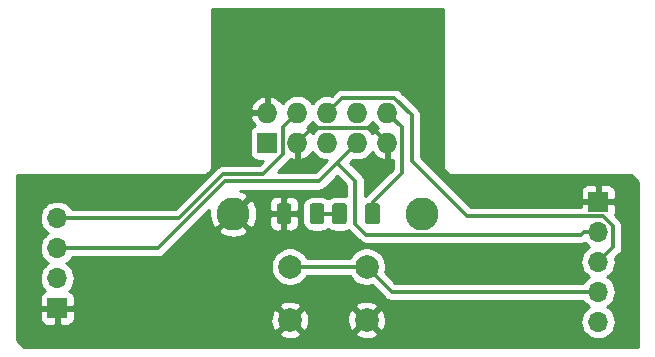
<source format=gbr>
G04 #@! TF.GenerationSoftware,KiCad,Pcbnew,(5.1.4)-1*
G04 #@! TF.CreationDate,2020-01-18T16:32:49+01:00*
G04 #@! TF.ProjectId,project_gtag,70726f6a-6563-4745-9f67-7461672e6b69,V3*
G04 #@! TF.SameCoordinates,PX7735940PY44aa200*
G04 #@! TF.FileFunction,Copper,L1,Top*
G04 #@! TF.FilePolarity,Positive*
%FSLAX46Y46*%
G04 Gerber Fmt 4.6, Leading zero omitted, Abs format (unit mm)*
G04 Created by KiCad (PCBNEW (5.1.4)-1) date 2020-01-18 16:32:49*
%MOMM*%
%LPD*%
G04 APERTURE LIST*
%ADD10C,0.100000*%
%ADD11C,1.250000*%
%ADD12R,1.700000X1.700000*%
%ADD13O,1.700000X1.700000*%
%ADD14C,2.000000*%
%ADD15C,2.800000*%
%ADD16R,1.727200X1.727200*%
%ADD17O,1.727200X1.727200*%
%ADD18C,0.300000*%
%ADD19C,0.254000*%
G04 APERTURE END LIST*
D10*
G36*
X23699504Y-17126204D02*
G01*
X23723773Y-17129804D01*
X23747571Y-17135765D01*
X23770671Y-17144030D01*
X23792849Y-17154520D01*
X23813893Y-17167133D01*
X23833598Y-17181747D01*
X23851777Y-17198223D01*
X23868253Y-17216402D01*
X23882867Y-17236107D01*
X23895480Y-17257151D01*
X23905970Y-17279329D01*
X23914235Y-17302429D01*
X23920196Y-17326227D01*
X23923796Y-17350496D01*
X23925000Y-17375000D01*
X23925000Y-18625000D01*
X23923796Y-18649504D01*
X23920196Y-18673773D01*
X23914235Y-18697571D01*
X23905970Y-18720671D01*
X23895480Y-18742849D01*
X23882867Y-18763893D01*
X23868253Y-18783598D01*
X23851777Y-18801777D01*
X23833598Y-18818253D01*
X23813893Y-18832867D01*
X23792849Y-18845480D01*
X23770671Y-18855970D01*
X23747571Y-18864235D01*
X23723773Y-18870196D01*
X23699504Y-18873796D01*
X23675000Y-18875000D01*
X22925000Y-18875000D01*
X22900496Y-18873796D01*
X22876227Y-18870196D01*
X22852429Y-18864235D01*
X22829329Y-18855970D01*
X22807151Y-18845480D01*
X22786107Y-18832867D01*
X22766402Y-18818253D01*
X22748223Y-18801777D01*
X22731747Y-18783598D01*
X22717133Y-18763893D01*
X22704520Y-18742849D01*
X22694030Y-18720671D01*
X22685765Y-18697571D01*
X22679804Y-18673773D01*
X22676204Y-18649504D01*
X22675000Y-18625000D01*
X22675000Y-17375000D01*
X22676204Y-17350496D01*
X22679804Y-17326227D01*
X22685765Y-17302429D01*
X22694030Y-17279329D01*
X22704520Y-17257151D01*
X22717133Y-17236107D01*
X22731747Y-17216402D01*
X22748223Y-17198223D01*
X22766402Y-17181747D01*
X22786107Y-17167133D01*
X22807151Y-17154520D01*
X22829329Y-17144030D01*
X22852429Y-17135765D01*
X22876227Y-17129804D01*
X22900496Y-17126204D01*
X22925000Y-17125000D01*
X23675000Y-17125000D01*
X23699504Y-17126204D01*
X23699504Y-17126204D01*
G37*
D11*
X23300000Y-18000000D03*
D10*
G36*
X26499504Y-17126204D02*
G01*
X26523773Y-17129804D01*
X26547571Y-17135765D01*
X26570671Y-17144030D01*
X26592849Y-17154520D01*
X26613893Y-17167133D01*
X26633598Y-17181747D01*
X26651777Y-17198223D01*
X26668253Y-17216402D01*
X26682867Y-17236107D01*
X26695480Y-17257151D01*
X26705970Y-17279329D01*
X26714235Y-17302429D01*
X26720196Y-17326227D01*
X26723796Y-17350496D01*
X26725000Y-17375000D01*
X26725000Y-18625000D01*
X26723796Y-18649504D01*
X26720196Y-18673773D01*
X26714235Y-18697571D01*
X26705970Y-18720671D01*
X26695480Y-18742849D01*
X26682867Y-18763893D01*
X26668253Y-18783598D01*
X26651777Y-18801777D01*
X26633598Y-18818253D01*
X26613893Y-18832867D01*
X26592849Y-18845480D01*
X26570671Y-18855970D01*
X26547571Y-18864235D01*
X26523773Y-18870196D01*
X26499504Y-18873796D01*
X26475000Y-18875000D01*
X25725000Y-18875000D01*
X25700496Y-18873796D01*
X25676227Y-18870196D01*
X25652429Y-18864235D01*
X25629329Y-18855970D01*
X25607151Y-18845480D01*
X25586107Y-18832867D01*
X25566402Y-18818253D01*
X25548223Y-18801777D01*
X25531747Y-18783598D01*
X25517133Y-18763893D01*
X25504520Y-18742849D01*
X25494030Y-18720671D01*
X25485765Y-18697571D01*
X25479804Y-18673773D01*
X25476204Y-18649504D01*
X25475000Y-18625000D01*
X25475000Y-17375000D01*
X25476204Y-17350496D01*
X25479804Y-17326227D01*
X25485765Y-17302429D01*
X25494030Y-17279329D01*
X25504520Y-17257151D01*
X25517133Y-17236107D01*
X25531747Y-17216402D01*
X25548223Y-17198223D01*
X25566402Y-17181747D01*
X25586107Y-17167133D01*
X25607151Y-17154520D01*
X25629329Y-17144030D01*
X25652429Y-17135765D01*
X25676227Y-17129804D01*
X25700496Y-17126204D01*
X25725000Y-17125000D01*
X26475000Y-17125000D01*
X26499504Y-17126204D01*
X26499504Y-17126204D01*
G37*
D11*
X26100000Y-18000000D03*
D12*
X49900000Y-17000000D03*
D13*
X49900000Y-19540000D03*
X49900000Y-22080000D03*
X49900000Y-24620000D03*
X49900000Y-27160000D03*
D12*
X4100000Y-26000000D03*
D13*
X4100000Y-23460000D03*
X4100000Y-20920000D03*
X4100000Y-18380000D03*
D10*
G36*
X31199504Y-17126204D02*
G01*
X31223773Y-17129804D01*
X31247571Y-17135765D01*
X31270671Y-17144030D01*
X31292849Y-17154520D01*
X31313893Y-17167133D01*
X31333598Y-17181747D01*
X31351777Y-17198223D01*
X31368253Y-17216402D01*
X31382867Y-17236107D01*
X31395480Y-17257151D01*
X31405970Y-17279329D01*
X31414235Y-17302429D01*
X31420196Y-17326227D01*
X31423796Y-17350496D01*
X31425000Y-17375000D01*
X31425000Y-18625000D01*
X31423796Y-18649504D01*
X31420196Y-18673773D01*
X31414235Y-18697571D01*
X31405970Y-18720671D01*
X31395480Y-18742849D01*
X31382867Y-18763893D01*
X31368253Y-18783598D01*
X31351777Y-18801777D01*
X31333598Y-18818253D01*
X31313893Y-18832867D01*
X31292849Y-18845480D01*
X31270671Y-18855970D01*
X31247571Y-18864235D01*
X31223773Y-18870196D01*
X31199504Y-18873796D01*
X31175000Y-18875000D01*
X30425000Y-18875000D01*
X30400496Y-18873796D01*
X30376227Y-18870196D01*
X30352429Y-18864235D01*
X30329329Y-18855970D01*
X30307151Y-18845480D01*
X30286107Y-18832867D01*
X30266402Y-18818253D01*
X30248223Y-18801777D01*
X30231747Y-18783598D01*
X30217133Y-18763893D01*
X30204520Y-18742849D01*
X30194030Y-18720671D01*
X30185765Y-18697571D01*
X30179804Y-18673773D01*
X30176204Y-18649504D01*
X30175000Y-18625000D01*
X30175000Y-17375000D01*
X30176204Y-17350496D01*
X30179804Y-17326227D01*
X30185765Y-17302429D01*
X30194030Y-17279329D01*
X30204520Y-17257151D01*
X30217133Y-17236107D01*
X30231747Y-17216402D01*
X30248223Y-17198223D01*
X30266402Y-17181747D01*
X30286107Y-17167133D01*
X30307151Y-17154520D01*
X30329329Y-17144030D01*
X30352429Y-17135765D01*
X30376227Y-17129804D01*
X30400496Y-17126204D01*
X30425000Y-17125000D01*
X31175000Y-17125000D01*
X31199504Y-17126204D01*
X31199504Y-17126204D01*
G37*
D11*
X30800000Y-18000000D03*
D10*
G36*
X28399504Y-17126204D02*
G01*
X28423773Y-17129804D01*
X28447571Y-17135765D01*
X28470671Y-17144030D01*
X28492849Y-17154520D01*
X28513893Y-17167133D01*
X28533598Y-17181747D01*
X28551777Y-17198223D01*
X28568253Y-17216402D01*
X28582867Y-17236107D01*
X28595480Y-17257151D01*
X28605970Y-17279329D01*
X28614235Y-17302429D01*
X28620196Y-17326227D01*
X28623796Y-17350496D01*
X28625000Y-17375000D01*
X28625000Y-18625000D01*
X28623796Y-18649504D01*
X28620196Y-18673773D01*
X28614235Y-18697571D01*
X28605970Y-18720671D01*
X28595480Y-18742849D01*
X28582867Y-18763893D01*
X28568253Y-18783598D01*
X28551777Y-18801777D01*
X28533598Y-18818253D01*
X28513893Y-18832867D01*
X28492849Y-18845480D01*
X28470671Y-18855970D01*
X28447571Y-18864235D01*
X28423773Y-18870196D01*
X28399504Y-18873796D01*
X28375000Y-18875000D01*
X27625000Y-18875000D01*
X27600496Y-18873796D01*
X27576227Y-18870196D01*
X27552429Y-18864235D01*
X27529329Y-18855970D01*
X27507151Y-18845480D01*
X27486107Y-18832867D01*
X27466402Y-18818253D01*
X27448223Y-18801777D01*
X27431747Y-18783598D01*
X27417133Y-18763893D01*
X27404520Y-18742849D01*
X27394030Y-18720671D01*
X27385765Y-18697571D01*
X27379804Y-18673773D01*
X27376204Y-18649504D01*
X27375000Y-18625000D01*
X27375000Y-17375000D01*
X27376204Y-17350496D01*
X27379804Y-17326227D01*
X27385765Y-17302429D01*
X27394030Y-17279329D01*
X27404520Y-17257151D01*
X27417133Y-17236107D01*
X27431747Y-17216402D01*
X27448223Y-17198223D01*
X27466402Y-17181747D01*
X27486107Y-17167133D01*
X27507151Y-17154520D01*
X27529329Y-17144030D01*
X27552429Y-17135765D01*
X27576227Y-17129804D01*
X27600496Y-17126204D01*
X27625000Y-17125000D01*
X28375000Y-17125000D01*
X28399504Y-17126204D01*
X28399504Y-17126204D01*
G37*
D11*
X28000000Y-18000000D03*
D14*
X30300000Y-22500000D03*
X30300000Y-27000000D03*
X23800000Y-22500000D03*
X23800000Y-27000000D03*
D15*
X19000000Y-18000000D03*
X35000000Y-18000000D03*
D16*
X21900000Y-12000000D03*
D17*
X21900000Y-9460000D03*
X24440000Y-12000000D03*
X24440000Y-9460000D03*
X26980000Y-12000000D03*
X26980000Y-9460000D03*
X29520000Y-12000000D03*
X29520000Y-9460000D03*
X32060000Y-12000000D03*
X32060000Y-9460000D03*
D18*
X26100000Y-18000000D02*
X28000000Y-18000000D01*
X25688700Y-10751300D02*
X24440000Y-12000000D01*
X32060000Y-12000000D02*
X30811300Y-10751300D01*
X30811300Y-10751300D02*
X25688700Y-10751300D01*
X33299900Y-10699900D02*
X32060000Y-9460000D01*
X33299900Y-14525100D02*
X33299900Y-10699900D01*
X30800000Y-18000000D02*
X30800000Y-17025000D01*
X30800000Y-17025000D02*
X33299900Y-14525100D01*
X30300000Y-22500000D02*
X23800000Y-22500000D01*
X49900000Y-24620000D02*
X32420000Y-24620000D01*
X32420000Y-24620000D02*
X30300000Y-22500000D01*
X14427524Y-18380000D02*
X4100000Y-18380000D01*
X18139874Y-14667650D02*
X14427524Y-18380000D01*
X21505450Y-14667650D02*
X18139874Y-14667650D01*
X23201100Y-12972000D02*
X21505450Y-14667650D01*
X23201100Y-10698900D02*
X23201100Y-12972000D01*
X24440000Y-9460000D02*
X23201100Y-10698900D01*
X28222000Y-8218000D02*
X26980000Y-9460000D01*
X34114550Y-9675450D02*
X32657100Y-8218000D01*
X49900000Y-22080000D02*
X51158600Y-20821400D01*
X51158600Y-20821400D02*
X51158600Y-19065700D01*
X32657100Y-8218000D02*
X28222000Y-8218000D01*
X51158600Y-19065700D02*
X50318300Y-18225400D01*
X50318300Y-18225400D02*
X38825400Y-18225400D01*
X38825400Y-18225400D02*
X34114550Y-13514550D01*
X34114550Y-13514550D02*
X34114550Y-9675450D01*
X29350500Y-15250500D02*
X27810000Y-13710000D01*
X29350500Y-18850500D02*
X29350500Y-15250500D01*
X27810000Y-13710000D02*
X29520000Y-12000000D01*
X49900000Y-19540000D02*
X48674700Y-19540000D01*
X48674700Y-19540000D02*
X48430100Y-19784600D01*
X48430100Y-19784600D02*
X30284600Y-19784600D01*
X30284600Y-19784600D02*
X29350500Y-18850500D01*
X12630000Y-20920000D02*
X4100000Y-20920000D01*
X18287350Y-15262650D02*
X12630000Y-20920000D01*
X27810000Y-13710000D02*
X26257350Y-15262650D01*
X26257350Y-15262650D02*
X18287350Y-15262650D01*
D19*
G36*
X36790000Y-1034876D02*
G01*
X36790001Y-1034886D01*
X36790000Y-13965123D01*
X36786565Y-14000000D01*
X36800273Y-14139184D01*
X36840872Y-14273020D01*
X36906800Y-14396363D01*
X36995525Y-14504475D01*
X37067644Y-14563661D01*
X37103637Y-14593200D01*
X37226980Y-14659128D01*
X37360816Y-14699727D01*
X37500000Y-14713435D01*
X37534877Y-14710000D01*
X52705909Y-14710000D01*
X53290000Y-15294091D01*
X53290001Y-29290000D01*
X1294091Y-29290000D01*
X710000Y-28705909D01*
X710000Y-28135413D01*
X22844192Y-28135413D01*
X22939956Y-28399814D01*
X23229571Y-28540704D01*
X23541108Y-28622384D01*
X23862595Y-28641718D01*
X24181675Y-28597961D01*
X24486088Y-28492795D01*
X24660044Y-28399814D01*
X24755808Y-28135413D01*
X29344192Y-28135413D01*
X29439956Y-28399814D01*
X29729571Y-28540704D01*
X30041108Y-28622384D01*
X30362595Y-28641718D01*
X30681675Y-28597961D01*
X30986088Y-28492795D01*
X31160044Y-28399814D01*
X31255808Y-28135413D01*
X30300000Y-27179605D01*
X29344192Y-28135413D01*
X24755808Y-28135413D01*
X23800000Y-27179605D01*
X22844192Y-28135413D01*
X710000Y-28135413D01*
X710000Y-26850000D01*
X2611928Y-26850000D01*
X2624188Y-26974482D01*
X2660498Y-27094180D01*
X2719463Y-27204494D01*
X2798815Y-27301185D01*
X2895506Y-27380537D01*
X3005820Y-27439502D01*
X3125518Y-27475812D01*
X3250000Y-27488072D01*
X3814250Y-27485000D01*
X3973000Y-27326250D01*
X3973000Y-26127000D01*
X4227000Y-26127000D01*
X4227000Y-27326250D01*
X4385750Y-27485000D01*
X4950000Y-27488072D01*
X5074482Y-27475812D01*
X5194180Y-27439502D01*
X5304494Y-27380537D01*
X5401185Y-27301185D01*
X5480537Y-27204494D01*
X5539502Y-27094180D01*
X5549083Y-27062595D01*
X22158282Y-27062595D01*
X22202039Y-27381675D01*
X22307205Y-27686088D01*
X22400186Y-27860044D01*
X22664587Y-27955808D01*
X23620395Y-27000000D01*
X23979605Y-27000000D01*
X24935413Y-27955808D01*
X25199814Y-27860044D01*
X25340704Y-27570429D01*
X25422384Y-27258892D01*
X25434189Y-27062595D01*
X28658282Y-27062595D01*
X28702039Y-27381675D01*
X28807205Y-27686088D01*
X28900186Y-27860044D01*
X29164587Y-27955808D01*
X30120395Y-27000000D01*
X30479605Y-27000000D01*
X31435413Y-27955808D01*
X31699814Y-27860044D01*
X31840704Y-27570429D01*
X31922384Y-27258892D01*
X31941718Y-26937405D01*
X31897961Y-26618325D01*
X31792795Y-26313912D01*
X31699814Y-26139956D01*
X31435413Y-26044192D01*
X30479605Y-27000000D01*
X30120395Y-27000000D01*
X29164587Y-26044192D01*
X28900186Y-26139956D01*
X28759296Y-26429571D01*
X28677616Y-26741108D01*
X28658282Y-27062595D01*
X25434189Y-27062595D01*
X25441718Y-26937405D01*
X25397961Y-26618325D01*
X25292795Y-26313912D01*
X25199814Y-26139956D01*
X24935413Y-26044192D01*
X23979605Y-27000000D01*
X23620395Y-27000000D01*
X22664587Y-26044192D01*
X22400186Y-26139956D01*
X22259296Y-26429571D01*
X22177616Y-26741108D01*
X22158282Y-27062595D01*
X5549083Y-27062595D01*
X5575812Y-26974482D01*
X5588072Y-26850000D01*
X5585000Y-26285750D01*
X5426250Y-26127000D01*
X4227000Y-26127000D01*
X3973000Y-26127000D01*
X2773750Y-26127000D01*
X2615000Y-26285750D01*
X2611928Y-26850000D01*
X710000Y-26850000D01*
X710000Y-18380000D01*
X2607815Y-18380000D01*
X2636487Y-18671111D01*
X2721401Y-18951034D01*
X2859294Y-19209014D01*
X3044866Y-19435134D01*
X3270986Y-19620706D01*
X3325791Y-19650000D01*
X3270986Y-19679294D01*
X3044866Y-19864866D01*
X2859294Y-20090986D01*
X2721401Y-20348966D01*
X2636487Y-20628889D01*
X2607815Y-20920000D01*
X2636487Y-21211111D01*
X2721401Y-21491034D01*
X2859294Y-21749014D01*
X3044866Y-21975134D01*
X3270986Y-22160706D01*
X3325791Y-22190000D01*
X3270986Y-22219294D01*
X3044866Y-22404866D01*
X2859294Y-22630986D01*
X2721401Y-22888966D01*
X2636487Y-23168889D01*
X2607815Y-23460000D01*
X2636487Y-23751111D01*
X2721401Y-24031034D01*
X2859294Y-24289014D01*
X3044866Y-24515134D01*
X3074687Y-24539607D01*
X3005820Y-24560498D01*
X2895506Y-24619463D01*
X2798815Y-24698815D01*
X2719463Y-24795506D01*
X2660498Y-24905820D01*
X2624188Y-25025518D01*
X2611928Y-25150000D01*
X2615000Y-25714250D01*
X2773750Y-25873000D01*
X3973000Y-25873000D01*
X3973000Y-25853000D01*
X4227000Y-25853000D01*
X4227000Y-25873000D01*
X5426250Y-25873000D01*
X5434663Y-25864587D01*
X22844192Y-25864587D01*
X23800000Y-26820395D01*
X24755808Y-25864587D01*
X29344192Y-25864587D01*
X30300000Y-26820395D01*
X31255808Y-25864587D01*
X31160044Y-25600186D01*
X30870429Y-25459296D01*
X30558892Y-25377616D01*
X30237405Y-25358282D01*
X29918325Y-25402039D01*
X29613912Y-25507205D01*
X29439956Y-25600186D01*
X29344192Y-25864587D01*
X24755808Y-25864587D01*
X24660044Y-25600186D01*
X24370429Y-25459296D01*
X24058892Y-25377616D01*
X23737405Y-25358282D01*
X23418325Y-25402039D01*
X23113912Y-25507205D01*
X22939956Y-25600186D01*
X22844192Y-25864587D01*
X5434663Y-25864587D01*
X5585000Y-25714250D01*
X5588072Y-25150000D01*
X5575812Y-25025518D01*
X5539502Y-24905820D01*
X5480537Y-24795506D01*
X5401185Y-24698815D01*
X5304494Y-24619463D01*
X5194180Y-24560498D01*
X5125313Y-24539607D01*
X5155134Y-24515134D01*
X5340706Y-24289014D01*
X5478599Y-24031034D01*
X5563513Y-23751111D01*
X5592185Y-23460000D01*
X5563513Y-23168889D01*
X5478599Y-22888966D01*
X5340706Y-22630986D01*
X5155134Y-22404866D01*
X4929014Y-22219294D01*
X4874209Y-22190000D01*
X4929014Y-22160706D01*
X5155134Y-21975134D01*
X5340706Y-21749014D01*
X5364232Y-21705000D01*
X12591447Y-21705000D01*
X12630000Y-21708797D01*
X12668553Y-21705000D01*
X12668561Y-21705000D01*
X12783887Y-21693641D01*
X12931860Y-21648754D01*
X13068233Y-21575862D01*
X13187764Y-21477764D01*
X13212347Y-21447810D01*
X15239710Y-19420447D01*
X17759158Y-19420447D01*
X17903135Y-19725770D01*
X18260892Y-19906597D01*
X18647053Y-20014155D01*
X19046777Y-20044310D01*
X19444704Y-19995904D01*
X19825540Y-19870795D01*
X20096865Y-19725770D01*
X20240842Y-19420447D01*
X19000000Y-18179605D01*
X17759158Y-19420447D01*
X15239710Y-19420447D01*
X16983621Y-17676537D01*
X16955690Y-18046777D01*
X17004096Y-18444704D01*
X17129205Y-18825540D01*
X17274230Y-19096865D01*
X17579553Y-19240842D01*
X18820395Y-18000000D01*
X19179605Y-18000000D01*
X20420447Y-19240842D01*
X20725770Y-19096865D01*
X20837910Y-18875000D01*
X22036928Y-18875000D01*
X22049188Y-18999482D01*
X22085498Y-19119180D01*
X22144463Y-19229494D01*
X22223815Y-19326185D01*
X22320506Y-19405537D01*
X22430820Y-19464502D01*
X22550518Y-19500812D01*
X22675000Y-19513072D01*
X23014250Y-19510000D01*
X23173000Y-19351250D01*
X23173000Y-18127000D01*
X23427000Y-18127000D01*
X23427000Y-19351250D01*
X23585750Y-19510000D01*
X23925000Y-19513072D01*
X24049482Y-19500812D01*
X24169180Y-19464502D01*
X24279494Y-19405537D01*
X24376185Y-19326185D01*
X24455537Y-19229494D01*
X24514502Y-19119180D01*
X24550812Y-18999482D01*
X24563072Y-18875000D01*
X24560000Y-18285750D01*
X24401250Y-18127000D01*
X23427000Y-18127000D01*
X23173000Y-18127000D01*
X22198750Y-18127000D01*
X22040000Y-18285750D01*
X22036928Y-18875000D01*
X20837910Y-18875000D01*
X20906597Y-18739108D01*
X21014155Y-18352947D01*
X21044310Y-17953223D01*
X20995904Y-17555296D01*
X20870795Y-17174460D01*
X20844359Y-17125000D01*
X22036928Y-17125000D01*
X22040000Y-17714250D01*
X22198750Y-17873000D01*
X23173000Y-17873000D01*
X23173000Y-16648750D01*
X23427000Y-16648750D01*
X23427000Y-17873000D01*
X24401250Y-17873000D01*
X24560000Y-17714250D01*
X24563072Y-17125000D01*
X24550812Y-17000518D01*
X24514502Y-16880820D01*
X24455537Y-16770506D01*
X24376185Y-16673815D01*
X24279494Y-16594463D01*
X24169180Y-16535498D01*
X24049482Y-16499188D01*
X23925000Y-16486928D01*
X23585750Y-16490000D01*
X23427000Y-16648750D01*
X23173000Y-16648750D01*
X23014250Y-16490000D01*
X22675000Y-16486928D01*
X22550518Y-16499188D01*
X22430820Y-16535498D01*
X22320506Y-16594463D01*
X22223815Y-16673815D01*
X22144463Y-16770506D01*
X22085498Y-16880820D01*
X22049188Y-17000518D01*
X22036928Y-17125000D01*
X20844359Y-17125000D01*
X20725770Y-16903135D01*
X20420447Y-16759158D01*
X19179605Y-18000000D01*
X18820395Y-18000000D01*
X18806253Y-17985858D01*
X18985858Y-17806253D01*
X19000000Y-17820395D01*
X20240842Y-16579553D01*
X20096865Y-16274230D01*
X19739108Y-16093403D01*
X19574843Y-16047650D01*
X26218797Y-16047650D01*
X26257350Y-16051447D01*
X26295903Y-16047650D01*
X26295911Y-16047650D01*
X26411237Y-16036291D01*
X26559210Y-15991404D01*
X26695583Y-15918512D01*
X26815114Y-15820414D01*
X26839697Y-15790460D01*
X27810000Y-14820157D01*
X28565501Y-15575659D01*
X28565501Y-16509224D01*
X28548254Y-16503992D01*
X28375000Y-16486928D01*
X27625000Y-16486928D01*
X27451746Y-16503992D01*
X27285150Y-16554528D01*
X27131614Y-16636595D01*
X27050000Y-16703573D01*
X26968386Y-16636595D01*
X26814850Y-16554528D01*
X26648254Y-16503992D01*
X26475000Y-16486928D01*
X25725000Y-16486928D01*
X25551746Y-16503992D01*
X25385150Y-16554528D01*
X25231614Y-16636595D01*
X25097038Y-16747038D01*
X24986595Y-16881614D01*
X24904528Y-17035150D01*
X24853992Y-17201746D01*
X24836928Y-17375000D01*
X24836928Y-18625000D01*
X24853992Y-18798254D01*
X24904528Y-18964850D01*
X24986595Y-19118386D01*
X25097038Y-19252962D01*
X25231614Y-19363405D01*
X25385150Y-19445472D01*
X25551746Y-19496008D01*
X25725000Y-19513072D01*
X26475000Y-19513072D01*
X26648254Y-19496008D01*
X26814850Y-19445472D01*
X26968386Y-19363405D01*
X27050000Y-19296427D01*
X27131614Y-19363405D01*
X27285150Y-19445472D01*
X27451746Y-19496008D01*
X27625000Y-19513072D01*
X28375000Y-19513072D01*
X28548254Y-19496008D01*
X28714850Y-19445472D01*
X28790213Y-19405190D01*
X28792736Y-19408264D01*
X28822690Y-19432847D01*
X29702253Y-20312410D01*
X29726836Y-20342364D01*
X29846367Y-20440462D01*
X29982740Y-20513354D01*
X30130713Y-20558242D01*
X30205626Y-20565620D01*
X30246039Y-20569600D01*
X30246044Y-20569600D01*
X30284600Y-20573397D01*
X30323156Y-20569600D01*
X48391547Y-20569600D01*
X48430100Y-20573397D01*
X48468653Y-20569600D01*
X48468661Y-20569600D01*
X48583987Y-20558241D01*
X48731960Y-20513354D01*
X48763789Y-20496341D01*
X48844866Y-20595134D01*
X49070986Y-20780706D01*
X49125791Y-20810000D01*
X49070986Y-20839294D01*
X48844866Y-21024866D01*
X48659294Y-21250986D01*
X48521401Y-21508966D01*
X48436487Y-21788889D01*
X48407815Y-22080000D01*
X48436487Y-22371111D01*
X48521401Y-22651034D01*
X48659294Y-22909014D01*
X48844866Y-23135134D01*
X49070986Y-23320706D01*
X49125791Y-23350000D01*
X49070986Y-23379294D01*
X48844866Y-23564866D01*
X48659294Y-23790986D01*
X48635768Y-23835000D01*
X32745157Y-23835000D01*
X31874640Y-22964483D01*
X31935000Y-22661033D01*
X31935000Y-22338967D01*
X31872168Y-22023088D01*
X31748918Y-21725537D01*
X31569987Y-21457748D01*
X31342252Y-21230013D01*
X31074463Y-21051082D01*
X30776912Y-20927832D01*
X30461033Y-20865000D01*
X30138967Y-20865000D01*
X29823088Y-20927832D01*
X29525537Y-21051082D01*
X29257748Y-21230013D01*
X29030013Y-21457748D01*
X28858123Y-21715000D01*
X25241877Y-21715000D01*
X25069987Y-21457748D01*
X24842252Y-21230013D01*
X24574463Y-21051082D01*
X24276912Y-20927832D01*
X23961033Y-20865000D01*
X23638967Y-20865000D01*
X23323088Y-20927832D01*
X23025537Y-21051082D01*
X22757748Y-21230013D01*
X22530013Y-21457748D01*
X22351082Y-21725537D01*
X22227832Y-22023088D01*
X22165000Y-22338967D01*
X22165000Y-22661033D01*
X22227832Y-22976912D01*
X22351082Y-23274463D01*
X22530013Y-23542252D01*
X22757748Y-23769987D01*
X23025537Y-23948918D01*
X23323088Y-24072168D01*
X23638967Y-24135000D01*
X23961033Y-24135000D01*
X24276912Y-24072168D01*
X24574463Y-23948918D01*
X24842252Y-23769987D01*
X25069987Y-23542252D01*
X25241877Y-23285000D01*
X28858123Y-23285000D01*
X29030013Y-23542252D01*
X29257748Y-23769987D01*
X29525537Y-23948918D01*
X29823088Y-24072168D01*
X30138967Y-24135000D01*
X30461033Y-24135000D01*
X30764483Y-24074640D01*
X31837653Y-25147810D01*
X31862236Y-25177764D01*
X31981767Y-25275862D01*
X32118140Y-25348754D01*
X32266113Y-25393642D01*
X32341026Y-25401020D01*
X32381439Y-25405000D01*
X32381444Y-25405000D01*
X32420000Y-25408797D01*
X32458556Y-25405000D01*
X48635768Y-25405000D01*
X48659294Y-25449014D01*
X48844866Y-25675134D01*
X49070986Y-25860706D01*
X49125791Y-25890000D01*
X49070986Y-25919294D01*
X48844866Y-26104866D01*
X48659294Y-26330986D01*
X48521401Y-26588966D01*
X48436487Y-26868889D01*
X48407815Y-27160000D01*
X48436487Y-27451111D01*
X48521401Y-27731034D01*
X48659294Y-27989014D01*
X48844866Y-28215134D01*
X49070986Y-28400706D01*
X49328966Y-28538599D01*
X49608889Y-28623513D01*
X49827050Y-28645000D01*
X49972950Y-28645000D01*
X50191111Y-28623513D01*
X50471034Y-28538599D01*
X50729014Y-28400706D01*
X50955134Y-28215134D01*
X51140706Y-27989014D01*
X51278599Y-27731034D01*
X51363513Y-27451111D01*
X51392185Y-27160000D01*
X51363513Y-26868889D01*
X51278599Y-26588966D01*
X51140706Y-26330986D01*
X50955134Y-26104866D01*
X50729014Y-25919294D01*
X50674209Y-25890000D01*
X50729014Y-25860706D01*
X50955134Y-25675134D01*
X51140706Y-25449014D01*
X51278599Y-25191034D01*
X51363513Y-24911111D01*
X51392185Y-24620000D01*
X51363513Y-24328889D01*
X51278599Y-24048966D01*
X51140706Y-23790986D01*
X50955134Y-23564866D01*
X50729014Y-23379294D01*
X50674209Y-23350000D01*
X50729014Y-23320706D01*
X50955134Y-23135134D01*
X51140706Y-22909014D01*
X51278599Y-22651034D01*
X51363513Y-22371111D01*
X51392185Y-22080000D01*
X51363513Y-21788889D01*
X51349026Y-21741132D01*
X51686417Y-21403741D01*
X51716364Y-21379164D01*
X51814462Y-21259633D01*
X51887354Y-21123260D01*
X51902331Y-21073887D01*
X51932241Y-20975288D01*
X51937824Y-20918599D01*
X51943600Y-20859961D01*
X51943600Y-20859954D01*
X51947397Y-20821401D01*
X51943600Y-20782848D01*
X51943600Y-19104256D01*
X51947397Y-19065700D01*
X51943600Y-19027144D01*
X51943600Y-19027139D01*
X51939177Y-18982236D01*
X51932242Y-18911813D01*
X51887354Y-18763840D01*
X51880599Y-18751203D01*
X51814462Y-18627467D01*
X51716364Y-18507936D01*
X51686410Y-18483353D01*
X51324780Y-18121723D01*
X51339502Y-18094180D01*
X51375812Y-17974482D01*
X51388072Y-17850000D01*
X51385000Y-17285750D01*
X51226250Y-17127000D01*
X50027000Y-17127000D01*
X50027000Y-17147000D01*
X49773000Y-17147000D01*
X49773000Y-17127000D01*
X48573750Y-17127000D01*
X48415000Y-17285750D01*
X48414158Y-17440400D01*
X39150558Y-17440400D01*
X37860158Y-16150000D01*
X48411928Y-16150000D01*
X48415000Y-16714250D01*
X48573750Y-16873000D01*
X49773000Y-16873000D01*
X49773000Y-15673750D01*
X50027000Y-15673750D01*
X50027000Y-16873000D01*
X51226250Y-16873000D01*
X51385000Y-16714250D01*
X51388072Y-16150000D01*
X51375812Y-16025518D01*
X51339502Y-15905820D01*
X51280537Y-15795506D01*
X51201185Y-15698815D01*
X51104494Y-15619463D01*
X50994180Y-15560498D01*
X50874482Y-15524188D01*
X50750000Y-15511928D01*
X50185750Y-15515000D01*
X50027000Y-15673750D01*
X49773000Y-15673750D01*
X49614250Y-15515000D01*
X49050000Y-15511928D01*
X48925518Y-15524188D01*
X48805820Y-15560498D01*
X48695506Y-15619463D01*
X48598815Y-15698815D01*
X48519463Y-15795506D01*
X48460498Y-15905820D01*
X48424188Y-16025518D01*
X48411928Y-16150000D01*
X37860158Y-16150000D01*
X34899550Y-13189393D01*
X34899550Y-9714006D01*
X34903347Y-9675450D01*
X34899550Y-9636894D01*
X34899550Y-9636889D01*
X34894636Y-9587000D01*
X34888192Y-9521563D01*
X34843304Y-9373590D01*
X34821608Y-9333000D01*
X34770412Y-9237217D01*
X34672314Y-9117686D01*
X34642360Y-9093103D01*
X33239447Y-7690190D01*
X33214864Y-7660236D01*
X33095333Y-7562138D01*
X32958960Y-7489246D01*
X32810987Y-7444359D01*
X32695661Y-7433000D01*
X32695653Y-7433000D01*
X32657100Y-7429203D01*
X32618547Y-7433000D01*
X28260552Y-7433000D01*
X28221999Y-7429203D01*
X28183446Y-7433000D01*
X28183439Y-7433000D01*
X28082490Y-7442943D01*
X28068112Y-7444359D01*
X28033672Y-7454806D01*
X27920140Y-7489246D01*
X27783767Y-7562138D01*
X27723559Y-7611550D01*
X27694187Y-7635655D01*
X27694184Y-7635658D01*
X27664236Y-7660236D01*
X27639658Y-7690185D01*
X27329772Y-8000070D01*
X27273777Y-7983084D01*
X27053619Y-7961400D01*
X26906381Y-7961400D01*
X26686223Y-7983084D01*
X26403736Y-8068775D01*
X26143394Y-8207931D01*
X25915203Y-8395203D01*
X25727931Y-8623394D01*
X25710000Y-8656940D01*
X25692069Y-8623394D01*
X25504797Y-8395203D01*
X25276606Y-8207931D01*
X25016264Y-8068775D01*
X24733777Y-7983084D01*
X24513619Y-7961400D01*
X24366381Y-7961400D01*
X24146223Y-7983084D01*
X23863736Y-8068775D01*
X23603394Y-8207931D01*
X23375203Y-8395203D01*
X23187931Y-8623394D01*
X23164137Y-8667910D01*
X23106817Y-8571512D01*
X22910293Y-8353146D01*
X22674944Y-8177316D01*
X22409814Y-8050778D01*
X22259026Y-8005042D01*
X22027000Y-8126183D01*
X22027000Y-9333000D01*
X22047000Y-9333000D01*
X22047000Y-9587000D01*
X22027000Y-9587000D01*
X22027000Y-9607000D01*
X21773000Y-9607000D01*
X21773000Y-9587000D01*
X20565536Y-9587000D01*
X20445037Y-9819027D01*
X20543036Y-10095978D01*
X20693183Y-10348488D01*
X20854692Y-10527947D01*
X20792220Y-10546898D01*
X20681906Y-10605863D01*
X20585215Y-10685215D01*
X20505863Y-10781906D01*
X20446898Y-10892220D01*
X20410588Y-11011918D01*
X20398328Y-11136400D01*
X20398328Y-12863600D01*
X20410588Y-12988082D01*
X20446898Y-13107780D01*
X20505863Y-13218094D01*
X20585215Y-13314785D01*
X20681906Y-13394137D01*
X20792220Y-13453102D01*
X20911918Y-13489412D01*
X21036400Y-13501672D01*
X21561271Y-13501672D01*
X21180293Y-13882650D01*
X18178430Y-13882650D01*
X18139874Y-13878853D01*
X18101318Y-13882650D01*
X18101313Y-13882650D01*
X18060900Y-13886630D01*
X17985987Y-13894008D01*
X17838014Y-13938896D01*
X17701641Y-14011788D01*
X17582110Y-14109886D01*
X17557529Y-14139838D01*
X14102367Y-17595000D01*
X5364232Y-17595000D01*
X5340706Y-17550986D01*
X5155134Y-17324866D01*
X4929014Y-17139294D01*
X4671034Y-17001401D01*
X4391111Y-16916487D01*
X4172950Y-16895000D01*
X4027050Y-16895000D01*
X3808889Y-16916487D01*
X3528966Y-17001401D01*
X3270986Y-17139294D01*
X3044866Y-17324866D01*
X2859294Y-17550986D01*
X2721401Y-17808966D01*
X2636487Y-18088889D01*
X2607815Y-18380000D01*
X710000Y-18380000D01*
X710000Y-14710000D01*
X16465123Y-14710000D01*
X16500000Y-14713435D01*
X16534877Y-14710000D01*
X16639184Y-14699727D01*
X16773020Y-14659128D01*
X16896363Y-14593200D01*
X17004475Y-14504475D01*
X17093200Y-14396363D01*
X17159128Y-14273020D01*
X17199727Y-14139184D01*
X17213435Y-14000000D01*
X17210000Y-13965123D01*
X17210000Y-9100973D01*
X20445037Y-9100973D01*
X20565536Y-9333000D01*
X21773000Y-9333000D01*
X21773000Y-8126183D01*
X21540974Y-8005042D01*
X21390186Y-8050778D01*
X21125056Y-8177316D01*
X20889707Y-8353146D01*
X20693183Y-8571512D01*
X20543036Y-8824022D01*
X20445037Y-9100973D01*
X17210000Y-9100973D01*
X17210000Y-710000D01*
X36790000Y-710000D01*
X36790000Y-1034876D01*
X36790000Y-1034876D01*
G37*
X36790000Y-1034876D02*
X36790001Y-1034886D01*
X36790000Y-13965123D01*
X36786565Y-14000000D01*
X36800273Y-14139184D01*
X36840872Y-14273020D01*
X36906800Y-14396363D01*
X36995525Y-14504475D01*
X37067644Y-14563661D01*
X37103637Y-14593200D01*
X37226980Y-14659128D01*
X37360816Y-14699727D01*
X37500000Y-14713435D01*
X37534877Y-14710000D01*
X52705909Y-14710000D01*
X53290000Y-15294091D01*
X53290001Y-29290000D01*
X1294091Y-29290000D01*
X710000Y-28705909D01*
X710000Y-28135413D01*
X22844192Y-28135413D01*
X22939956Y-28399814D01*
X23229571Y-28540704D01*
X23541108Y-28622384D01*
X23862595Y-28641718D01*
X24181675Y-28597961D01*
X24486088Y-28492795D01*
X24660044Y-28399814D01*
X24755808Y-28135413D01*
X29344192Y-28135413D01*
X29439956Y-28399814D01*
X29729571Y-28540704D01*
X30041108Y-28622384D01*
X30362595Y-28641718D01*
X30681675Y-28597961D01*
X30986088Y-28492795D01*
X31160044Y-28399814D01*
X31255808Y-28135413D01*
X30300000Y-27179605D01*
X29344192Y-28135413D01*
X24755808Y-28135413D01*
X23800000Y-27179605D01*
X22844192Y-28135413D01*
X710000Y-28135413D01*
X710000Y-26850000D01*
X2611928Y-26850000D01*
X2624188Y-26974482D01*
X2660498Y-27094180D01*
X2719463Y-27204494D01*
X2798815Y-27301185D01*
X2895506Y-27380537D01*
X3005820Y-27439502D01*
X3125518Y-27475812D01*
X3250000Y-27488072D01*
X3814250Y-27485000D01*
X3973000Y-27326250D01*
X3973000Y-26127000D01*
X4227000Y-26127000D01*
X4227000Y-27326250D01*
X4385750Y-27485000D01*
X4950000Y-27488072D01*
X5074482Y-27475812D01*
X5194180Y-27439502D01*
X5304494Y-27380537D01*
X5401185Y-27301185D01*
X5480537Y-27204494D01*
X5539502Y-27094180D01*
X5549083Y-27062595D01*
X22158282Y-27062595D01*
X22202039Y-27381675D01*
X22307205Y-27686088D01*
X22400186Y-27860044D01*
X22664587Y-27955808D01*
X23620395Y-27000000D01*
X23979605Y-27000000D01*
X24935413Y-27955808D01*
X25199814Y-27860044D01*
X25340704Y-27570429D01*
X25422384Y-27258892D01*
X25434189Y-27062595D01*
X28658282Y-27062595D01*
X28702039Y-27381675D01*
X28807205Y-27686088D01*
X28900186Y-27860044D01*
X29164587Y-27955808D01*
X30120395Y-27000000D01*
X30479605Y-27000000D01*
X31435413Y-27955808D01*
X31699814Y-27860044D01*
X31840704Y-27570429D01*
X31922384Y-27258892D01*
X31941718Y-26937405D01*
X31897961Y-26618325D01*
X31792795Y-26313912D01*
X31699814Y-26139956D01*
X31435413Y-26044192D01*
X30479605Y-27000000D01*
X30120395Y-27000000D01*
X29164587Y-26044192D01*
X28900186Y-26139956D01*
X28759296Y-26429571D01*
X28677616Y-26741108D01*
X28658282Y-27062595D01*
X25434189Y-27062595D01*
X25441718Y-26937405D01*
X25397961Y-26618325D01*
X25292795Y-26313912D01*
X25199814Y-26139956D01*
X24935413Y-26044192D01*
X23979605Y-27000000D01*
X23620395Y-27000000D01*
X22664587Y-26044192D01*
X22400186Y-26139956D01*
X22259296Y-26429571D01*
X22177616Y-26741108D01*
X22158282Y-27062595D01*
X5549083Y-27062595D01*
X5575812Y-26974482D01*
X5588072Y-26850000D01*
X5585000Y-26285750D01*
X5426250Y-26127000D01*
X4227000Y-26127000D01*
X3973000Y-26127000D01*
X2773750Y-26127000D01*
X2615000Y-26285750D01*
X2611928Y-26850000D01*
X710000Y-26850000D01*
X710000Y-18380000D01*
X2607815Y-18380000D01*
X2636487Y-18671111D01*
X2721401Y-18951034D01*
X2859294Y-19209014D01*
X3044866Y-19435134D01*
X3270986Y-19620706D01*
X3325791Y-19650000D01*
X3270986Y-19679294D01*
X3044866Y-19864866D01*
X2859294Y-20090986D01*
X2721401Y-20348966D01*
X2636487Y-20628889D01*
X2607815Y-20920000D01*
X2636487Y-21211111D01*
X2721401Y-21491034D01*
X2859294Y-21749014D01*
X3044866Y-21975134D01*
X3270986Y-22160706D01*
X3325791Y-22190000D01*
X3270986Y-22219294D01*
X3044866Y-22404866D01*
X2859294Y-22630986D01*
X2721401Y-22888966D01*
X2636487Y-23168889D01*
X2607815Y-23460000D01*
X2636487Y-23751111D01*
X2721401Y-24031034D01*
X2859294Y-24289014D01*
X3044866Y-24515134D01*
X3074687Y-24539607D01*
X3005820Y-24560498D01*
X2895506Y-24619463D01*
X2798815Y-24698815D01*
X2719463Y-24795506D01*
X2660498Y-24905820D01*
X2624188Y-25025518D01*
X2611928Y-25150000D01*
X2615000Y-25714250D01*
X2773750Y-25873000D01*
X3973000Y-25873000D01*
X3973000Y-25853000D01*
X4227000Y-25853000D01*
X4227000Y-25873000D01*
X5426250Y-25873000D01*
X5434663Y-25864587D01*
X22844192Y-25864587D01*
X23800000Y-26820395D01*
X24755808Y-25864587D01*
X29344192Y-25864587D01*
X30300000Y-26820395D01*
X31255808Y-25864587D01*
X31160044Y-25600186D01*
X30870429Y-25459296D01*
X30558892Y-25377616D01*
X30237405Y-25358282D01*
X29918325Y-25402039D01*
X29613912Y-25507205D01*
X29439956Y-25600186D01*
X29344192Y-25864587D01*
X24755808Y-25864587D01*
X24660044Y-25600186D01*
X24370429Y-25459296D01*
X24058892Y-25377616D01*
X23737405Y-25358282D01*
X23418325Y-25402039D01*
X23113912Y-25507205D01*
X22939956Y-25600186D01*
X22844192Y-25864587D01*
X5434663Y-25864587D01*
X5585000Y-25714250D01*
X5588072Y-25150000D01*
X5575812Y-25025518D01*
X5539502Y-24905820D01*
X5480537Y-24795506D01*
X5401185Y-24698815D01*
X5304494Y-24619463D01*
X5194180Y-24560498D01*
X5125313Y-24539607D01*
X5155134Y-24515134D01*
X5340706Y-24289014D01*
X5478599Y-24031034D01*
X5563513Y-23751111D01*
X5592185Y-23460000D01*
X5563513Y-23168889D01*
X5478599Y-22888966D01*
X5340706Y-22630986D01*
X5155134Y-22404866D01*
X4929014Y-22219294D01*
X4874209Y-22190000D01*
X4929014Y-22160706D01*
X5155134Y-21975134D01*
X5340706Y-21749014D01*
X5364232Y-21705000D01*
X12591447Y-21705000D01*
X12630000Y-21708797D01*
X12668553Y-21705000D01*
X12668561Y-21705000D01*
X12783887Y-21693641D01*
X12931860Y-21648754D01*
X13068233Y-21575862D01*
X13187764Y-21477764D01*
X13212347Y-21447810D01*
X15239710Y-19420447D01*
X17759158Y-19420447D01*
X17903135Y-19725770D01*
X18260892Y-19906597D01*
X18647053Y-20014155D01*
X19046777Y-20044310D01*
X19444704Y-19995904D01*
X19825540Y-19870795D01*
X20096865Y-19725770D01*
X20240842Y-19420447D01*
X19000000Y-18179605D01*
X17759158Y-19420447D01*
X15239710Y-19420447D01*
X16983621Y-17676537D01*
X16955690Y-18046777D01*
X17004096Y-18444704D01*
X17129205Y-18825540D01*
X17274230Y-19096865D01*
X17579553Y-19240842D01*
X18820395Y-18000000D01*
X19179605Y-18000000D01*
X20420447Y-19240842D01*
X20725770Y-19096865D01*
X20837910Y-18875000D01*
X22036928Y-18875000D01*
X22049188Y-18999482D01*
X22085498Y-19119180D01*
X22144463Y-19229494D01*
X22223815Y-19326185D01*
X22320506Y-19405537D01*
X22430820Y-19464502D01*
X22550518Y-19500812D01*
X22675000Y-19513072D01*
X23014250Y-19510000D01*
X23173000Y-19351250D01*
X23173000Y-18127000D01*
X23427000Y-18127000D01*
X23427000Y-19351250D01*
X23585750Y-19510000D01*
X23925000Y-19513072D01*
X24049482Y-19500812D01*
X24169180Y-19464502D01*
X24279494Y-19405537D01*
X24376185Y-19326185D01*
X24455537Y-19229494D01*
X24514502Y-19119180D01*
X24550812Y-18999482D01*
X24563072Y-18875000D01*
X24560000Y-18285750D01*
X24401250Y-18127000D01*
X23427000Y-18127000D01*
X23173000Y-18127000D01*
X22198750Y-18127000D01*
X22040000Y-18285750D01*
X22036928Y-18875000D01*
X20837910Y-18875000D01*
X20906597Y-18739108D01*
X21014155Y-18352947D01*
X21044310Y-17953223D01*
X20995904Y-17555296D01*
X20870795Y-17174460D01*
X20844359Y-17125000D01*
X22036928Y-17125000D01*
X22040000Y-17714250D01*
X22198750Y-17873000D01*
X23173000Y-17873000D01*
X23173000Y-16648750D01*
X23427000Y-16648750D01*
X23427000Y-17873000D01*
X24401250Y-17873000D01*
X24560000Y-17714250D01*
X24563072Y-17125000D01*
X24550812Y-17000518D01*
X24514502Y-16880820D01*
X24455537Y-16770506D01*
X24376185Y-16673815D01*
X24279494Y-16594463D01*
X24169180Y-16535498D01*
X24049482Y-16499188D01*
X23925000Y-16486928D01*
X23585750Y-16490000D01*
X23427000Y-16648750D01*
X23173000Y-16648750D01*
X23014250Y-16490000D01*
X22675000Y-16486928D01*
X22550518Y-16499188D01*
X22430820Y-16535498D01*
X22320506Y-16594463D01*
X22223815Y-16673815D01*
X22144463Y-16770506D01*
X22085498Y-16880820D01*
X22049188Y-17000518D01*
X22036928Y-17125000D01*
X20844359Y-17125000D01*
X20725770Y-16903135D01*
X20420447Y-16759158D01*
X19179605Y-18000000D01*
X18820395Y-18000000D01*
X18806253Y-17985858D01*
X18985858Y-17806253D01*
X19000000Y-17820395D01*
X20240842Y-16579553D01*
X20096865Y-16274230D01*
X19739108Y-16093403D01*
X19574843Y-16047650D01*
X26218797Y-16047650D01*
X26257350Y-16051447D01*
X26295903Y-16047650D01*
X26295911Y-16047650D01*
X26411237Y-16036291D01*
X26559210Y-15991404D01*
X26695583Y-15918512D01*
X26815114Y-15820414D01*
X26839697Y-15790460D01*
X27810000Y-14820157D01*
X28565501Y-15575659D01*
X28565501Y-16509224D01*
X28548254Y-16503992D01*
X28375000Y-16486928D01*
X27625000Y-16486928D01*
X27451746Y-16503992D01*
X27285150Y-16554528D01*
X27131614Y-16636595D01*
X27050000Y-16703573D01*
X26968386Y-16636595D01*
X26814850Y-16554528D01*
X26648254Y-16503992D01*
X26475000Y-16486928D01*
X25725000Y-16486928D01*
X25551746Y-16503992D01*
X25385150Y-16554528D01*
X25231614Y-16636595D01*
X25097038Y-16747038D01*
X24986595Y-16881614D01*
X24904528Y-17035150D01*
X24853992Y-17201746D01*
X24836928Y-17375000D01*
X24836928Y-18625000D01*
X24853992Y-18798254D01*
X24904528Y-18964850D01*
X24986595Y-19118386D01*
X25097038Y-19252962D01*
X25231614Y-19363405D01*
X25385150Y-19445472D01*
X25551746Y-19496008D01*
X25725000Y-19513072D01*
X26475000Y-19513072D01*
X26648254Y-19496008D01*
X26814850Y-19445472D01*
X26968386Y-19363405D01*
X27050000Y-19296427D01*
X27131614Y-19363405D01*
X27285150Y-19445472D01*
X27451746Y-19496008D01*
X27625000Y-19513072D01*
X28375000Y-19513072D01*
X28548254Y-19496008D01*
X28714850Y-19445472D01*
X28790213Y-19405190D01*
X28792736Y-19408264D01*
X28822690Y-19432847D01*
X29702253Y-20312410D01*
X29726836Y-20342364D01*
X29846367Y-20440462D01*
X29982740Y-20513354D01*
X30130713Y-20558242D01*
X30205626Y-20565620D01*
X30246039Y-20569600D01*
X30246044Y-20569600D01*
X30284600Y-20573397D01*
X30323156Y-20569600D01*
X48391547Y-20569600D01*
X48430100Y-20573397D01*
X48468653Y-20569600D01*
X48468661Y-20569600D01*
X48583987Y-20558241D01*
X48731960Y-20513354D01*
X48763789Y-20496341D01*
X48844866Y-20595134D01*
X49070986Y-20780706D01*
X49125791Y-20810000D01*
X49070986Y-20839294D01*
X48844866Y-21024866D01*
X48659294Y-21250986D01*
X48521401Y-21508966D01*
X48436487Y-21788889D01*
X48407815Y-22080000D01*
X48436487Y-22371111D01*
X48521401Y-22651034D01*
X48659294Y-22909014D01*
X48844866Y-23135134D01*
X49070986Y-23320706D01*
X49125791Y-23350000D01*
X49070986Y-23379294D01*
X48844866Y-23564866D01*
X48659294Y-23790986D01*
X48635768Y-23835000D01*
X32745157Y-23835000D01*
X31874640Y-22964483D01*
X31935000Y-22661033D01*
X31935000Y-22338967D01*
X31872168Y-22023088D01*
X31748918Y-21725537D01*
X31569987Y-21457748D01*
X31342252Y-21230013D01*
X31074463Y-21051082D01*
X30776912Y-20927832D01*
X30461033Y-20865000D01*
X30138967Y-20865000D01*
X29823088Y-20927832D01*
X29525537Y-21051082D01*
X29257748Y-21230013D01*
X29030013Y-21457748D01*
X28858123Y-21715000D01*
X25241877Y-21715000D01*
X25069987Y-21457748D01*
X24842252Y-21230013D01*
X24574463Y-21051082D01*
X24276912Y-20927832D01*
X23961033Y-20865000D01*
X23638967Y-20865000D01*
X23323088Y-20927832D01*
X23025537Y-21051082D01*
X22757748Y-21230013D01*
X22530013Y-21457748D01*
X22351082Y-21725537D01*
X22227832Y-22023088D01*
X22165000Y-22338967D01*
X22165000Y-22661033D01*
X22227832Y-22976912D01*
X22351082Y-23274463D01*
X22530013Y-23542252D01*
X22757748Y-23769987D01*
X23025537Y-23948918D01*
X23323088Y-24072168D01*
X23638967Y-24135000D01*
X23961033Y-24135000D01*
X24276912Y-24072168D01*
X24574463Y-23948918D01*
X24842252Y-23769987D01*
X25069987Y-23542252D01*
X25241877Y-23285000D01*
X28858123Y-23285000D01*
X29030013Y-23542252D01*
X29257748Y-23769987D01*
X29525537Y-23948918D01*
X29823088Y-24072168D01*
X30138967Y-24135000D01*
X30461033Y-24135000D01*
X30764483Y-24074640D01*
X31837653Y-25147810D01*
X31862236Y-25177764D01*
X31981767Y-25275862D01*
X32118140Y-25348754D01*
X32266113Y-25393642D01*
X32341026Y-25401020D01*
X32381439Y-25405000D01*
X32381444Y-25405000D01*
X32420000Y-25408797D01*
X32458556Y-25405000D01*
X48635768Y-25405000D01*
X48659294Y-25449014D01*
X48844866Y-25675134D01*
X49070986Y-25860706D01*
X49125791Y-25890000D01*
X49070986Y-25919294D01*
X48844866Y-26104866D01*
X48659294Y-26330986D01*
X48521401Y-26588966D01*
X48436487Y-26868889D01*
X48407815Y-27160000D01*
X48436487Y-27451111D01*
X48521401Y-27731034D01*
X48659294Y-27989014D01*
X48844866Y-28215134D01*
X49070986Y-28400706D01*
X49328966Y-28538599D01*
X49608889Y-28623513D01*
X49827050Y-28645000D01*
X49972950Y-28645000D01*
X50191111Y-28623513D01*
X50471034Y-28538599D01*
X50729014Y-28400706D01*
X50955134Y-28215134D01*
X51140706Y-27989014D01*
X51278599Y-27731034D01*
X51363513Y-27451111D01*
X51392185Y-27160000D01*
X51363513Y-26868889D01*
X51278599Y-26588966D01*
X51140706Y-26330986D01*
X50955134Y-26104866D01*
X50729014Y-25919294D01*
X50674209Y-25890000D01*
X50729014Y-25860706D01*
X50955134Y-25675134D01*
X51140706Y-25449014D01*
X51278599Y-25191034D01*
X51363513Y-24911111D01*
X51392185Y-24620000D01*
X51363513Y-24328889D01*
X51278599Y-24048966D01*
X51140706Y-23790986D01*
X50955134Y-23564866D01*
X50729014Y-23379294D01*
X50674209Y-23350000D01*
X50729014Y-23320706D01*
X50955134Y-23135134D01*
X51140706Y-22909014D01*
X51278599Y-22651034D01*
X51363513Y-22371111D01*
X51392185Y-22080000D01*
X51363513Y-21788889D01*
X51349026Y-21741132D01*
X51686417Y-21403741D01*
X51716364Y-21379164D01*
X51814462Y-21259633D01*
X51887354Y-21123260D01*
X51902331Y-21073887D01*
X51932241Y-20975288D01*
X51937824Y-20918599D01*
X51943600Y-20859961D01*
X51943600Y-20859954D01*
X51947397Y-20821401D01*
X51943600Y-20782848D01*
X51943600Y-19104256D01*
X51947397Y-19065700D01*
X51943600Y-19027144D01*
X51943600Y-19027139D01*
X51939177Y-18982236D01*
X51932242Y-18911813D01*
X51887354Y-18763840D01*
X51880599Y-18751203D01*
X51814462Y-18627467D01*
X51716364Y-18507936D01*
X51686410Y-18483353D01*
X51324780Y-18121723D01*
X51339502Y-18094180D01*
X51375812Y-17974482D01*
X51388072Y-17850000D01*
X51385000Y-17285750D01*
X51226250Y-17127000D01*
X50027000Y-17127000D01*
X50027000Y-17147000D01*
X49773000Y-17147000D01*
X49773000Y-17127000D01*
X48573750Y-17127000D01*
X48415000Y-17285750D01*
X48414158Y-17440400D01*
X39150558Y-17440400D01*
X37860158Y-16150000D01*
X48411928Y-16150000D01*
X48415000Y-16714250D01*
X48573750Y-16873000D01*
X49773000Y-16873000D01*
X49773000Y-15673750D01*
X50027000Y-15673750D01*
X50027000Y-16873000D01*
X51226250Y-16873000D01*
X51385000Y-16714250D01*
X51388072Y-16150000D01*
X51375812Y-16025518D01*
X51339502Y-15905820D01*
X51280537Y-15795506D01*
X51201185Y-15698815D01*
X51104494Y-15619463D01*
X50994180Y-15560498D01*
X50874482Y-15524188D01*
X50750000Y-15511928D01*
X50185750Y-15515000D01*
X50027000Y-15673750D01*
X49773000Y-15673750D01*
X49614250Y-15515000D01*
X49050000Y-15511928D01*
X48925518Y-15524188D01*
X48805820Y-15560498D01*
X48695506Y-15619463D01*
X48598815Y-15698815D01*
X48519463Y-15795506D01*
X48460498Y-15905820D01*
X48424188Y-16025518D01*
X48411928Y-16150000D01*
X37860158Y-16150000D01*
X34899550Y-13189393D01*
X34899550Y-9714006D01*
X34903347Y-9675450D01*
X34899550Y-9636894D01*
X34899550Y-9636889D01*
X34894636Y-9587000D01*
X34888192Y-9521563D01*
X34843304Y-9373590D01*
X34821608Y-9333000D01*
X34770412Y-9237217D01*
X34672314Y-9117686D01*
X34642360Y-9093103D01*
X33239447Y-7690190D01*
X33214864Y-7660236D01*
X33095333Y-7562138D01*
X32958960Y-7489246D01*
X32810987Y-7444359D01*
X32695661Y-7433000D01*
X32695653Y-7433000D01*
X32657100Y-7429203D01*
X32618547Y-7433000D01*
X28260552Y-7433000D01*
X28221999Y-7429203D01*
X28183446Y-7433000D01*
X28183439Y-7433000D01*
X28082490Y-7442943D01*
X28068112Y-7444359D01*
X28033672Y-7454806D01*
X27920140Y-7489246D01*
X27783767Y-7562138D01*
X27723559Y-7611550D01*
X27694187Y-7635655D01*
X27694184Y-7635658D01*
X27664236Y-7660236D01*
X27639658Y-7690185D01*
X27329772Y-8000070D01*
X27273777Y-7983084D01*
X27053619Y-7961400D01*
X26906381Y-7961400D01*
X26686223Y-7983084D01*
X26403736Y-8068775D01*
X26143394Y-8207931D01*
X25915203Y-8395203D01*
X25727931Y-8623394D01*
X25710000Y-8656940D01*
X25692069Y-8623394D01*
X25504797Y-8395203D01*
X25276606Y-8207931D01*
X25016264Y-8068775D01*
X24733777Y-7983084D01*
X24513619Y-7961400D01*
X24366381Y-7961400D01*
X24146223Y-7983084D01*
X23863736Y-8068775D01*
X23603394Y-8207931D01*
X23375203Y-8395203D01*
X23187931Y-8623394D01*
X23164137Y-8667910D01*
X23106817Y-8571512D01*
X22910293Y-8353146D01*
X22674944Y-8177316D01*
X22409814Y-8050778D01*
X22259026Y-8005042D01*
X22027000Y-8126183D01*
X22027000Y-9333000D01*
X22047000Y-9333000D01*
X22047000Y-9587000D01*
X22027000Y-9587000D01*
X22027000Y-9607000D01*
X21773000Y-9607000D01*
X21773000Y-9587000D01*
X20565536Y-9587000D01*
X20445037Y-9819027D01*
X20543036Y-10095978D01*
X20693183Y-10348488D01*
X20854692Y-10527947D01*
X20792220Y-10546898D01*
X20681906Y-10605863D01*
X20585215Y-10685215D01*
X20505863Y-10781906D01*
X20446898Y-10892220D01*
X20410588Y-11011918D01*
X20398328Y-11136400D01*
X20398328Y-12863600D01*
X20410588Y-12988082D01*
X20446898Y-13107780D01*
X20505863Y-13218094D01*
X20585215Y-13314785D01*
X20681906Y-13394137D01*
X20792220Y-13453102D01*
X20911918Y-13489412D01*
X21036400Y-13501672D01*
X21561271Y-13501672D01*
X21180293Y-13882650D01*
X18178430Y-13882650D01*
X18139874Y-13878853D01*
X18101318Y-13882650D01*
X18101313Y-13882650D01*
X18060900Y-13886630D01*
X17985987Y-13894008D01*
X17838014Y-13938896D01*
X17701641Y-14011788D01*
X17582110Y-14109886D01*
X17557529Y-14139838D01*
X14102367Y-17595000D01*
X5364232Y-17595000D01*
X5340706Y-17550986D01*
X5155134Y-17324866D01*
X4929014Y-17139294D01*
X4671034Y-17001401D01*
X4391111Y-16916487D01*
X4172950Y-16895000D01*
X4027050Y-16895000D01*
X3808889Y-16916487D01*
X3528966Y-17001401D01*
X3270986Y-17139294D01*
X3044866Y-17324866D01*
X2859294Y-17550986D01*
X2721401Y-17808966D01*
X2636487Y-18088889D01*
X2607815Y-18380000D01*
X710000Y-18380000D01*
X710000Y-14710000D01*
X16465123Y-14710000D01*
X16500000Y-14713435D01*
X16534877Y-14710000D01*
X16639184Y-14699727D01*
X16773020Y-14659128D01*
X16896363Y-14593200D01*
X17004475Y-14504475D01*
X17093200Y-14396363D01*
X17159128Y-14273020D01*
X17199727Y-14139184D01*
X17213435Y-14000000D01*
X17210000Y-13965123D01*
X17210000Y-9100973D01*
X20445037Y-9100973D01*
X20565536Y-9333000D01*
X21773000Y-9333000D01*
X21773000Y-8126183D01*
X21540974Y-8005042D01*
X21390186Y-8050778D01*
X21125056Y-8177316D01*
X20889707Y-8353146D01*
X20693183Y-8571512D01*
X20543036Y-8824022D01*
X20445037Y-9100973D01*
X17210000Y-9100973D01*
X17210000Y-710000D01*
X36790000Y-710000D01*
X36790000Y-1034876D01*
G36*
X32187000Y-11873000D02*
G01*
X32207000Y-11873000D01*
X32207000Y-12127000D01*
X32187000Y-12127000D01*
X32187000Y-13333817D01*
X32419026Y-13454958D01*
X32514900Y-13425878D01*
X32514900Y-14199942D01*
X30272185Y-16442658D01*
X30242237Y-16467236D01*
X30217659Y-16497184D01*
X30217655Y-16497188D01*
X30198920Y-16520016D01*
X30135500Y-16539255D01*
X30135500Y-15289053D01*
X30139297Y-15250500D01*
X30135500Y-15211947D01*
X30135500Y-15211939D01*
X30124141Y-15096613D01*
X30079254Y-14948640D01*
X30006362Y-14812267D01*
X29908264Y-14692736D01*
X29878316Y-14668158D01*
X28920157Y-13710000D01*
X29170227Y-13459930D01*
X29226223Y-13476916D01*
X29446381Y-13498600D01*
X29593619Y-13498600D01*
X29813777Y-13476916D01*
X30096264Y-13391225D01*
X30356606Y-13252069D01*
X30584797Y-13064797D01*
X30772069Y-12836606D01*
X30795863Y-12792090D01*
X30853183Y-12888488D01*
X31049707Y-13106854D01*
X31285056Y-13282684D01*
X31550186Y-13409222D01*
X31700974Y-13454958D01*
X31933000Y-13333817D01*
X31933000Y-12127000D01*
X31913000Y-12127000D01*
X31913000Y-11873000D01*
X31933000Y-11873000D01*
X31933000Y-11853000D01*
X32187000Y-11853000D01*
X32187000Y-11873000D01*
X32187000Y-11873000D01*
G37*
X32187000Y-11873000D02*
X32207000Y-11873000D01*
X32207000Y-12127000D01*
X32187000Y-12127000D01*
X32187000Y-13333817D01*
X32419026Y-13454958D01*
X32514900Y-13425878D01*
X32514900Y-14199942D01*
X30272185Y-16442658D01*
X30242237Y-16467236D01*
X30217659Y-16497184D01*
X30217655Y-16497188D01*
X30198920Y-16520016D01*
X30135500Y-16539255D01*
X30135500Y-15289053D01*
X30139297Y-15250500D01*
X30135500Y-15211947D01*
X30135500Y-15211939D01*
X30124141Y-15096613D01*
X30079254Y-14948640D01*
X30006362Y-14812267D01*
X29908264Y-14692736D01*
X29878316Y-14668158D01*
X28920157Y-13710000D01*
X29170227Y-13459930D01*
X29226223Y-13476916D01*
X29446381Y-13498600D01*
X29593619Y-13498600D01*
X29813777Y-13476916D01*
X30096264Y-13391225D01*
X30356606Y-13252069D01*
X30584797Y-13064797D01*
X30772069Y-12836606D01*
X30795863Y-12792090D01*
X30853183Y-12888488D01*
X31049707Y-13106854D01*
X31285056Y-13282684D01*
X31550186Y-13409222D01*
X31700974Y-13454958D01*
X31933000Y-13333817D01*
X31933000Y-12127000D01*
X31913000Y-12127000D01*
X31913000Y-11873000D01*
X31933000Y-11873000D01*
X31933000Y-11853000D01*
X32187000Y-11853000D01*
X32187000Y-11873000D01*
G36*
X24567000Y-11873000D02*
G01*
X24587000Y-11873000D01*
X24587000Y-12127000D01*
X24567000Y-12127000D01*
X24567000Y-13333817D01*
X24799026Y-13454958D01*
X24949814Y-13409222D01*
X25214944Y-13282684D01*
X25450293Y-13106854D01*
X25646817Y-12888488D01*
X25704137Y-12792090D01*
X25727931Y-12836606D01*
X25915203Y-13064797D01*
X26143394Y-13252069D01*
X26403736Y-13391225D01*
X26686223Y-13476916D01*
X26906381Y-13498600D01*
X26911243Y-13498600D01*
X25932193Y-14477650D01*
X22805607Y-14477650D01*
X23728916Y-13554342D01*
X23758864Y-13529764D01*
X23856962Y-13410233D01*
X23872275Y-13381583D01*
X23930186Y-13409222D01*
X24080974Y-13454958D01*
X24313000Y-13333817D01*
X24313000Y-12127000D01*
X24293000Y-12127000D01*
X24293000Y-11873000D01*
X24313000Y-11873000D01*
X24313000Y-11853000D01*
X24567000Y-11853000D01*
X24567000Y-11873000D01*
X24567000Y-11873000D01*
G37*
X24567000Y-11873000D02*
X24587000Y-11873000D01*
X24587000Y-12127000D01*
X24567000Y-12127000D01*
X24567000Y-13333817D01*
X24799026Y-13454958D01*
X24949814Y-13409222D01*
X25214944Y-13282684D01*
X25450293Y-13106854D01*
X25646817Y-12888488D01*
X25704137Y-12792090D01*
X25727931Y-12836606D01*
X25915203Y-13064797D01*
X26143394Y-13252069D01*
X26403736Y-13391225D01*
X26686223Y-13476916D01*
X26906381Y-13498600D01*
X26911243Y-13498600D01*
X25932193Y-14477650D01*
X22805607Y-14477650D01*
X23728916Y-13554342D01*
X23758864Y-13529764D01*
X23856962Y-13410233D01*
X23872275Y-13381583D01*
X23930186Y-13409222D01*
X24080974Y-13454958D01*
X24313000Y-13333817D01*
X24313000Y-12127000D01*
X24293000Y-12127000D01*
X24293000Y-11873000D01*
X24313000Y-11873000D01*
X24313000Y-11853000D01*
X24567000Y-11853000D01*
X24567000Y-11873000D01*
G36*
X25727931Y-10296606D02*
G01*
X25915203Y-10524797D01*
X26143394Y-10712069D01*
X26176940Y-10730000D01*
X26143394Y-10747931D01*
X25915203Y-10935203D01*
X25727931Y-11163394D01*
X25704137Y-11207910D01*
X25646817Y-11111512D01*
X25450293Y-10893146D01*
X25236567Y-10733470D01*
X25276606Y-10712069D01*
X25504797Y-10524797D01*
X25692069Y-10296606D01*
X25710000Y-10263060D01*
X25727931Y-10296606D01*
X25727931Y-10296606D01*
G37*
X25727931Y-10296606D02*
X25915203Y-10524797D01*
X26143394Y-10712069D01*
X26176940Y-10730000D01*
X26143394Y-10747931D01*
X25915203Y-10935203D01*
X25727931Y-11163394D01*
X25704137Y-11207910D01*
X25646817Y-11111512D01*
X25450293Y-10893146D01*
X25236567Y-10733470D01*
X25276606Y-10712069D01*
X25504797Y-10524797D01*
X25692069Y-10296606D01*
X25710000Y-10263060D01*
X25727931Y-10296606D01*
G36*
X30807931Y-10296606D02*
G01*
X30995203Y-10524797D01*
X31223394Y-10712069D01*
X31263433Y-10733470D01*
X31049707Y-10893146D01*
X30853183Y-11111512D01*
X30795863Y-11207910D01*
X30772069Y-11163394D01*
X30584797Y-10935203D01*
X30356606Y-10747931D01*
X30323060Y-10730000D01*
X30356606Y-10712069D01*
X30584797Y-10524797D01*
X30772069Y-10296606D01*
X30790000Y-10263060D01*
X30807931Y-10296606D01*
X30807931Y-10296606D01*
G37*
X30807931Y-10296606D02*
X30995203Y-10524797D01*
X31223394Y-10712069D01*
X31263433Y-10733470D01*
X31049707Y-10893146D01*
X30853183Y-11111512D01*
X30795863Y-11207910D01*
X30772069Y-11163394D01*
X30584797Y-10935203D01*
X30356606Y-10747931D01*
X30323060Y-10730000D01*
X30356606Y-10712069D01*
X30584797Y-10524797D01*
X30772069Y-10296606D01*
X30790000Y-10263060D01*
X30807931Y-10296606D01*
M02*

</source>
